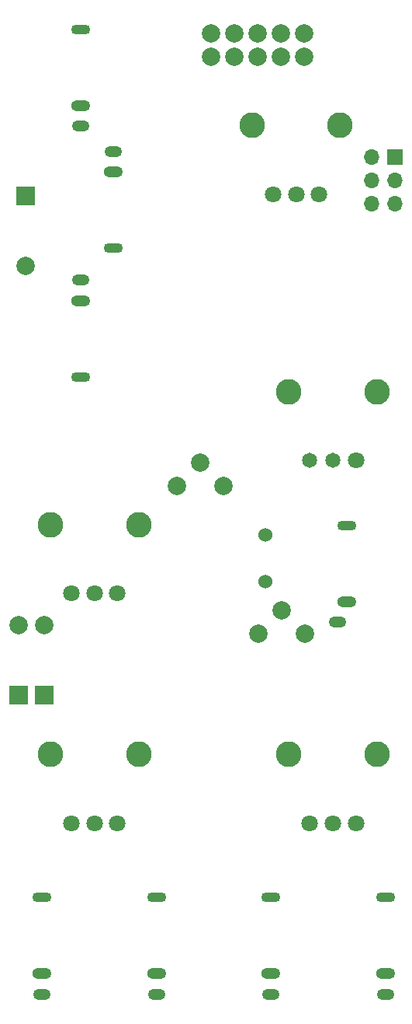
<source format=gbr>
%TF.GenerationSoftware,KiCad,Pcbnew,(5.1.10)-1*%
%TF.CreationDate,2021-09-03T07:56:25-07:00*%
%TF.ProjectId,Foundation,466f756e-6461-4746-996f-6e2e6b696361,rev?*%
%TF.SameCoordinates,Original*%
%TF.FileFunction,Soldermask,Bot*%
%TF.FilePolarity,Negative*%
%FSLAX46Y46*%
G04 Gerber Fmt 4.6, Leading zero omitted, Abs format (unit mm)*
G04 Created by KiCad (PCBNEW (5.1.10)-1) date 2021-09-03 07:56:25*
%MOMM*%
%LPD*%
G01*
G04 APERTURE LIST*
%ADD10C,1.524000*%
%ADD11C,2.000000*%
%ADD12O,1.900000X1.200000*%
%ADD13O,2.100000X1.200000*%
%ADD14O,2.100000X1.100000*%
%ADD15C,2.800000*%
%ADD16C,1.800000*%
%ADD17R,2.000000X2.000000*%
%ADD18R,1.700000X1.700000*%
%ADD19O,1.700000X1.700000*%
%ADD20C,1.650000*%
G04 APERTURE END LIST*
D10*
%TO.C,C19*%
X29640000Y51840000D03*
X29640000Y46760000D03*
%TD*%
D11*
%TO.C,RV7*%
X28860000Y41148600D03*
X31400000Y43688600D03*
X33940000Y41148600D03*
%TD*%
D12*
%TO.C,J6*%
X37500000Y42379500D03*
D13*
X38500000Y44620000D03*
D14*
X38500000Y52920000D03*
%TD*%
D15*
%TO.C,RV6*%
X32200000Y27998000D03*
X41800000Y27998000D03*
D16*
X34500000Y20498000D03*
X39500000Y20498000D03*
X37000000Y20498000D03*
%TD*%
D11*
%TO.C,D6*%
X5500000Y42059999D03*
D17*
X5500000Y34439999D03*
%TD*%
D11*
%TO.C,D7*%
X2750000Y42060000D03*
D17*
X2750000Y34440000D03*
%TD*%
D11*
%TO.C,D1*%
X3500000Y81190000D03*
D17*
X3500000Y88810000D03*
%TD*%
D18*
%TO.C,J3*%
X43750000Y93000000D03*
D19*
X41210000Y93000000D03*
X43750000Y90460000D03*
X41210000Y90460000D03*
X43750000Y87920000D03*
X41210000Y87920000D03*
%TD*%
D12*
%TO.C,J10*%
X30250000Y1879500D03*
D13*
X30250000Y4120000D03*
D14*
X30250000Y12420000D03*
%TD*%
D15*
%TO.C,RV3*%
X32200000Y67498000D03*
X41800000Y67498000D03*
D20*
X34500000Y59998000D03*
D16*
X39500000Y59998000D03*
D20*
X37000000Y59998000D03*
%TD*%
D15*
%TO.C,RV1*%
X28200000Y96498000D03*
X37800000Y96498000D03*
D16*
X30500000Y88998000D03*
X35500000Y88998000D03*
X33000000Y88998000D03*
%TD*%
D11*
%TO.C,RV2*%
X19960000Y57198600D03*
X22500000Y59738600D03*
X25040000Y57198600D03*
%TD*%
%TO.C,J5*%
X33830000Y103980000D03*
X33830000Y106520000D03*
X31290000Y103980000D03*
X31290000Y106520000D03*
X28750000Y103980000D03*
X28750000Y106520000D03*
X26210000Y103980000D03*
X26210000Y106520000D03*
X23670000Y103980000D03*
X23670000Y106520000D03*
%TD*%
D15*
%TO.C,RV5*%
X6200000Y27998000D03*
X15800000Y27998000D03*
D16*
X8500000Y20498000D03*
X13500000Y20498000D03*
X11000000Y20498000D03*
%TD*%
D15*
%TO.C,RV4*%
X6200000Y52998000D03*
X15800000Y52998000D03*
D16*
X8500000Y45498000D03*
X13500000Y45498000D03*
X11000000Y45498000D03*
%TD*%
D12*
%TO.C,J9*%
X42750000Y1879500D03*
D13*
X42750000Y4120000D03*
D14*
X42750000Y12420000D03*
%TD*%
D12*
%TO.C,J8*%
X5250000Y1879500D03*
D13*
X5250000Y4120000D03*
D14*
X5250000Y12420000D03*
%TD*%
D12*
%TO.C,J7*%
X9500000Y79620500D03*
D13*
X9500000Y77380000D03*
D14*
X9500000Y69080000D03*
%TD*%
D12*
%TO.C,J4*%
X13000000Y93620500D03*
D13*
X13000000Y91380000D03*
D14*
X13000000Y83080000D03*
%TD*%
D12*
%TO.C,J2*%
X17750000Y1879500D03*
D13*
X17750000Y4120000D03*
D14*
X17750000Y12420000D03*
%TD*%
D12*
%TO.C,J1*%
X9500000Y96379500D03*
D13*
X9500000Y98620000D03*
D14*
X9500000Y106920000D03*
%TD*%
M02*

</source>
